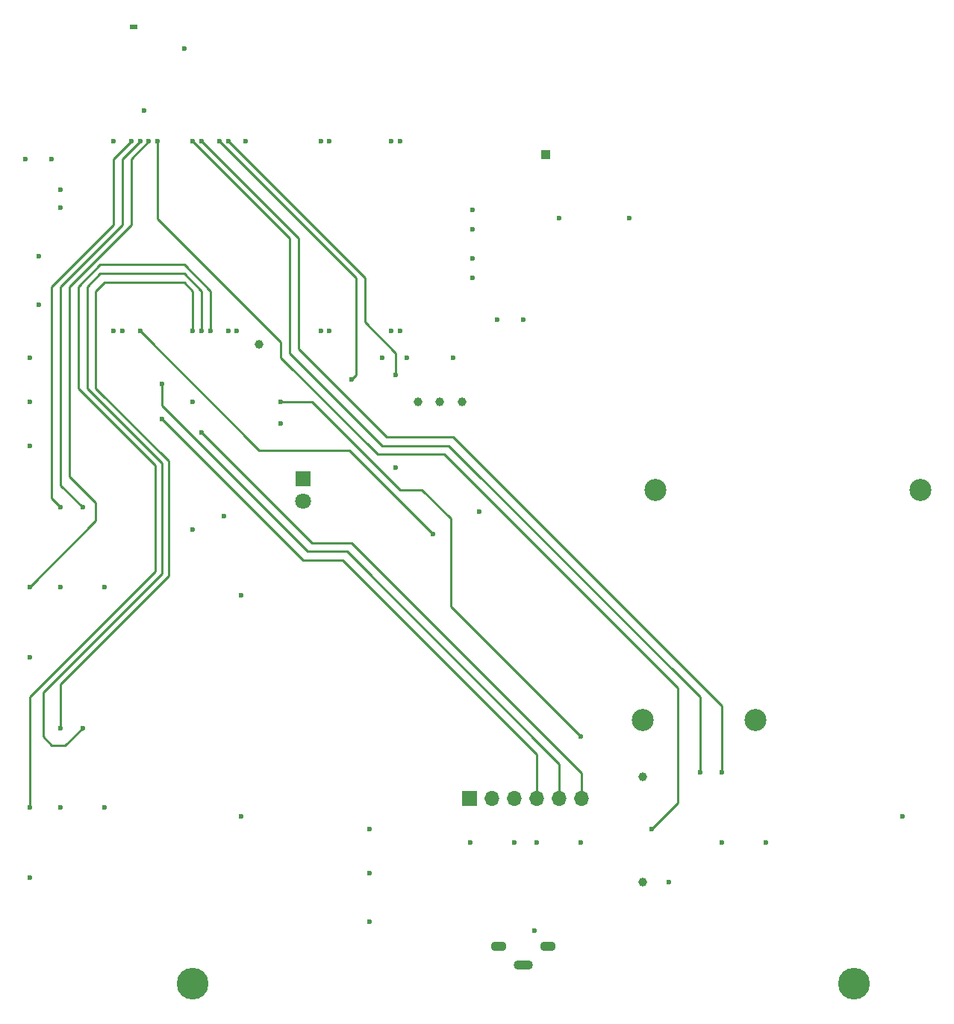
<source format=gbr>
G04 #@! TF.FileFunction,Copper,L4,Bot,Signal*
%FSLAX46Y46*%
G04 Gerber Fmt 4.6, Leading zero omitted, Abs format (unit mm)*
G04 Created by KiCad (PCBNEW 4.0.7-e2-6376~61~ubuntu18.04.1) date Tue Jul  3 09:25:50 2018*
%MOMM*%
%LPD*%
G01*
G04 APERTURE LIST*
%ADD10C,0.100000*%
%ADD11R,1.000000X1.000000*%
%ADD12C,2.500000*%
%ADD13R,1.700000X1.700000*%
%ADD14O,1.700000X1.700000*%
%ADD15R,1.800000X1.800000*%
%ADD16C,1.800000*%
%ADD17C,1.000000*%
%ADD18R,0.900000X0.500000*%
%ADD19C,3.600000*%
%ADD20O,1.800000X1.100000*%
%ADD21O,2.200000X1.100000*%
%ADD22C,0.600000*%
%ADD23C,0.250000*%
G04 APERTURE END LIST*
D10*
D11*
X157500000Y-42000000D03*
D12*
X168500000Y-106100000D03*
X181300000Y-106100000D03*
X170000000Y-80000000D03*
X200000000Y-80000000D03*
D13*
X148920000Y-115000000D03*
D14*
X151460000Y-115000000D03*
X154000000Y-115000000D03*
X156540000Y-115000000D03*
X159080000Y-115000000D03*
X161620000Y-115000000D03*
D15*
X130000000Y-78750000D03*
D16*
X130000000Y-81290000D03*
D17*
X168500000Y-112500000D03*
X168500000Y-124500000D03*
X145500000Y-70000000D03*
X148000000Y-70000000D03*
X143000000Y-70000000D03*
D18*
X110750000Y-27500000D03*
D19*
X192500000Y-136000000D03*
D17*
X125000000Y-63500000D03*
D19*
X117500000Y-136000000D03*
D20*
X152200000Y-131750000D03*
X157800000Y-131750000D03*
D21*
X155000000Y-133900000D03*
D22*
X98500000Y-42500000D03*
X101500000Y-42500000D03*
X102500000Y-46000000D03*
X102500000Y-48000000D03*
X116500000Y-30000000D03*
X112000000Y-37000000D03*
X147000000Y-65000000D03*
X149250000Y-56000000D03*
X149250000Y-53750000D03*
X149250000Y-50500000D03*
X149250000Y-48250000D03*
X155000000Y-60750000D03*
X152000000Y-60750000D03*
X167000000Y-49250000D03*
X159000000Y-49250000D03*
X161500000Y-108000000D03*
X127500000Y-70000000D03*
X156250000Y-130000000D03*
X137500000Y-129000000D03*
X137500000Y-118500000D03*
X161500000Y-120000000D03*
X156500000Y-120000000D03*
X154000000Y-120000000D03*
X149000000Y-120000000D03*
X121000000Y-83000000D03*
X117500000Y-84500000D03*
X141000000Y-40500000D03*
X140000000Y-40500000D03*
X133000000Y-40500000D03*
X132000000Y-40500000D03*
X123500000Y-40500000D03*
X108500000Y-40500000D03*
X109500000Y-62000000D03*
X108500000Y-62000000D03*
X122500000Y-62000000D03*
X141000000Y-62000000D03*
X140000000Y-62000000D03*
X132000000Y-62000000D03*
X133000000Y-62000000D03*
X100000000Y-53500000D03*
X99000000Y-70000000D03*
X99000000Y-75000000D03*
X198000000Y-117000000D03*
X182500000Y-120000000D03*
X177500000Y-120000000D03*
X123000000Y-92000000D03*
X102500000Y-91000000D03*
X107500000Y-91000000D03*
X123000000Y-117000000D03*
X102500000Y-116000000D03*
X107500000Y-116000000D03*
X141750000Y-65000000D03*
X140500000Y-77500000D03*
X150000000Y-82500000D03*
X137500000Y-123500000D03*
X100000000Y-59000000D03*
X139000000Y-65000000D03*
X117500000Y-70000000D03*
X127500000Y-72500000D03*
X121500000Y-62000000D03*
X99000000Y-65000000D03*
X171500000Y-124500000D03*
X99000000Y-99000000D03*
X99000000Y-124000000D03*
X140500000Y-67000000D03*
X121500000Y-40500000D03*
X114000000Y-72000000D03*
X118500000Y-73500000D03*
X114000000Y-68000000D03*
X135500000Y-67500000D03*
X120500000Y-40500000D03*
X169500000Y-118500000D03*
X113500000Y-40500000D03*
X99000000Y-91000000D03*
X112500000Y-40500000D03*
X118500000Y-40500000D03*
X177500000Y-112000000D03*
X117500000Y-40500000D03*
X175000000Y-112000000D03*
X111500000Y-40500000D03*
X105000000Y-82000000D03*
X110500000Y-40500000D03*
X102500000Y-82000000D03*
X105000000Y-107000000D03*
X118500000Y-62000000D03*
X102500000Y-107000000D03*
X117500000Y-62000000D03*
X111500000Y-62000000D03*
X144750000Y-85000000D03*
X99000000Y-116000000D03*
X119500000Y-62000000D03*
D23*
X143500000Y-80000000D02*
X146750000Y-83250000D01*
X146750000Y-93250000D02*
X161500000Y-108000000D01*
X127500000Y-70000000D02*
X131000000Y-70000000D01*
X131000000Y-70000000D02*
X141000000Y-80000000D01*
X146750000Y-83250000D02*
X146750000Y-93250000D01*
X141000000Y-80000000D02*
X143500000Y-80000000D01*
X156540000Y-115000000D02*
X156540000Y-110040000D01*
X156540000Y-110040000D02*
X134500000Y-88000000D01*
X130000000Y-88000000D02*
X114000000Y-72000000D01*
X134500000Y-88000000D02*
X130000000Y-88000000D01*
X121500000Y-40500000D02*
X137000000Y-56000000D01*
X140500000Y-64500000D02*
X140500000Y-67000000D01*
X137000000Y-56000000D02*
X137000000Y-61000000D01*
X137000000Y-61000000D02*
X140500000Y-64500000D01*
X118500000Y-73500000D02*
X131000000Y-86000000D01*
X131000000Y-86000000D02*
X135500000Y-86000000D01*
X135500000Y-86000000D02*
X161620000Y-112120000D01*
X161620000Y-112120000D02*
X161620000Y-115000000D01*
X159080000Y-115000000D02*
X159080000Y-111080000D01*
X159080000Y-111080000D02*
X135000000Y-87000000D01*
X135000000Y-87000000D02*
X130500000Y-87000000D01*
X130500000Y-87000000D02*
X114000000Y-70500000D01*
X114000000Y-70500000D02*
X114000000Y-68000000D01*
X136000000Y-56000000D02*
X136000000Y-67000000D01*
X136000000Y-67000000D02*
X135500000Y-67500000D01*
X120500000Y-40500000D02*
X136000000Y-56000000D01*
X127500000Y-65000000D02*
X127500000Y-63272821D01*
X146000000Y-76000000D02*
X138500000Y-76000000D01*
X127500000Y-65000000D02*
X138500000Y-76000000D01*
X146000000Y-76000000D02*
X172500000Y-102500000D01*
X172500000Y-115500000D02*
X172500000Y-102500000D01*
X169500000Y-118500000D02*
X172500000Y-115500000D01*
X127500000Y-63272821D02*
X113500000Y-49272821D01*
X113500000Y-49272821D02*
X113500000Y-40500000D01*
X99000000Y-91000000D02*
X106500000Y-83500000D01*
X106500000Y-81500000D02*
X103500000Y-78500000D01*
X106500000Y-83500000D02*
X106500000Y-81500000D01*
X110500000Y-42500000D02*
X112500000Y-40500000D01*
X103500000Y-78500000D02*
X103500000Y-57000000D01*
X103500000Y-57000000D02*
X110500000Y-50000000D01*
X110500000Y-50000000D02*
X110500000Y-42500000D01*
X129500000Y-51500000D02*
X129500000Y-64000000D01*
X139500000Y-74000000D02*
X147000000Y-74000000D01*
X129500000Y-64000000D02*
X139500000Y-74000000D01*
X118500000Y-40500000D02*
X129500000Y-51500000D01*
X177500000Y-104500000D02*
X177500000Y-112000000D01*
X147000000Y-74000000D02*
X177500000Y-104500000D01*
X128500000Y-51500000D02*
X128500000Y-64500000D01*
X139000000Y-75000000D02*
X146500000Y-75000000D01*
X128500000Y-64500000D02*
X139000000Y-75000000D01*
X117500000Y-40500000D02*
X128500000Y-51500000D01*
X146500000Y-75000000D02*
X175000000Y-103500000D01*
X175000000Y-103500000D02*
X175000000Y-112000000D01*
X105000000Y-82000000D02*
X102500000Y-79500000D01*
X102500000Y-79500000D02*
X102500000Y-57000000D01*
X102500000Y-57000000D02*
X109500000Y-50000000D01*
X109500000Y-50000000D02*
X109500000Y-42500000D01*
X109500000Y-42500000D02*
X111500000Y-40500000D01*
X110500000Y-40500000D02*
X108500000Y-42500000D01*
X108500000Y-42500000D02*
X108500000Y-50000000D01*
X101500000Y-57000000D02*
X101500000Y-81000000D01*
X108500000Y-50000000D02*
X101500000Y-57000000D01*
X101500000Y-81000000D02*
X102500000Y-82000000D01*
X118500000Y-62000000D02*
X118500000Y-57500000D01*
X118500000Y-57500000D02*
X116500000Y-55500000D01*
X116500000Y-55500000D02*
X107000000Y-55500000D01*
X107000000Y-55500000D02*
X105500000Y-57000000D01*
X105500000Y-68500000D02*
X114000000Y-77000000D01*
X105500000Y-57000000D02*
X105500000Y-68500000D01*
X103000000Y-109000000D02*
X105000000Y-107000000D01*
X114000000Y-77000000D02*
X114000000Y-89500000D01*
X100500000Y-103000000D02*
X100500000Y-108000000D01*
X114000000Y-89500000D02*
X100500000Y-103000000D01*
X100500000Y-108000000D02*
X101500000Y-109000000D01*
X101500000Y-109000000D02*
X103000000Y-109000000D01*
X117500000Y-62000000D02*
X117500000Y-57500000D01*
X117500000Y-57500000D02*
X116500000Y-56500000D01*
X116500000Y-56500000D02*
X107500000Y-56500000D01*
X106500000Y-68500000D02*
X114750000Y-76750000D01*
X107500000Y-56500000D02*
X106500000Y-57500000D01*
X106500000Y-57500000D02*
X106500000Y-68500000D01*
X114750000Y-76750000D02*
X114750000Y-89750000D01*
X114750000Y-89750000D02*
X102500000Y-102000000D01*
X102500000Y-102000000D02*
X102500000Y-107000000D01*
X111500000Y-62000000D02*
X125000000Y-75500000D01*
X125000000Y-75500000D02*
X135250000Y-75500000D01*
X135250000Y-75500000D02*
X144750000Y-85000000D01*
X111250000Y-75250000D02*
X113250000Y-77250000D01*
X104500000Y-68500000D02*
X111250000Y-75250000D01*
X119500000Y-62000000D02*
X119500000Y-57500000D01*
X99000000Y-103500000D02*
X99000000Y-116000000D01*
X119500000Y-57500000D02*
X116500000Y-54500000D01*
X116500000Y-54500000D02*
X107000000Y-54500000D01*
X107000000Y-54500000D02*
X104500000Y-57000000D01*
X104500000Y-57000000D02*
X104500000Y-68500000D01*
X113250000Y-77250000D02*
X113250000Y-89250000D01*
X113250000Y-89250000D02*
X99000000Y-103500000D01*
M02*

</source>
